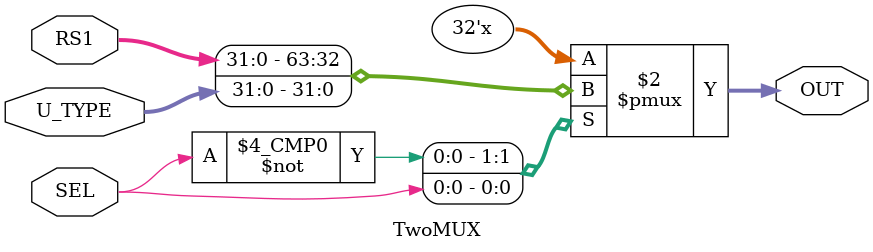
<source format=sv>
`timescale 1ns / 1ps

module TwoMUX(
    input logic SEL,
    input logic [31:0] RS1,
    input logic [31:0] U_TYPE,
    output logic [31:0] OUT
    );
    
    // Generic Two to One MUX
    always_comb begin
        case(SEL)
            1'b0: begin OUT = RS1; end
            1'b1: begin OUT = U_TYPE; end
        endcase
    end
    
endmodule

</source>
